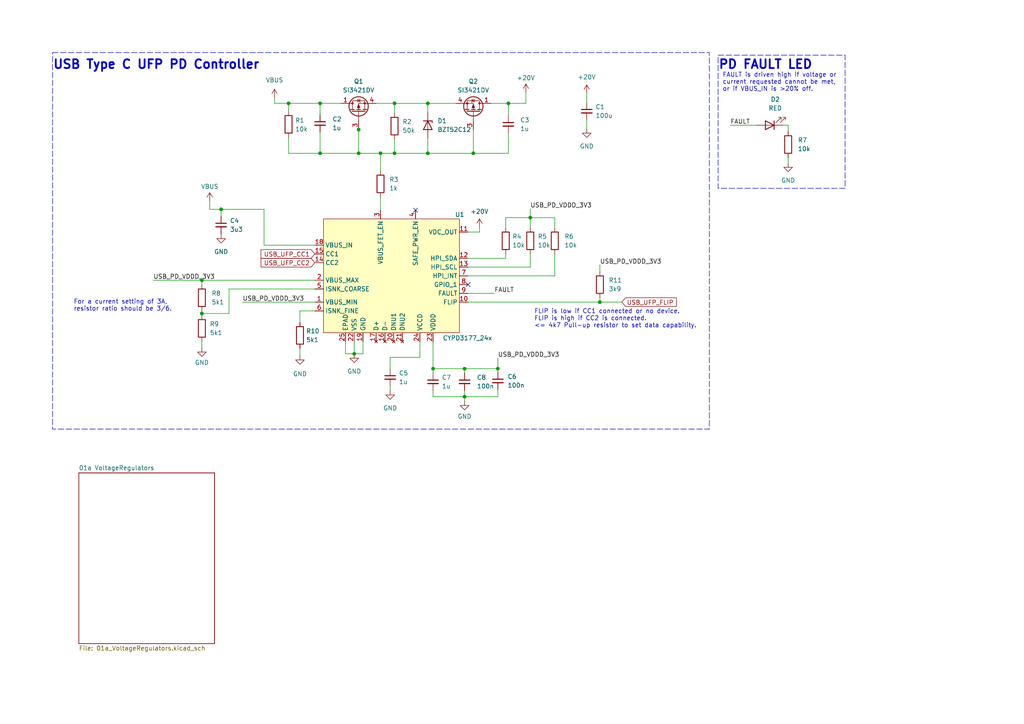
<source format=kicad_sch>
(kicad_sch (version 20230121) (generator eeschema)
  (paper "A4")
  (lib_symbols
    (symbol "Cake_USB:CYPD3177_24x"
      (property "Reference" "U" (at -24.13 15.24 0))
      (property "Value" "CYPD3177_24x" (at 22.86 20.32 0))
      (symbol "CYPD3177_24x_1_1"
        (rectangle (start -22.86 12.7) (end 16.51 -20.32) (fill (type background)))
        (pin input line (at -25.4 -11.43 0) (length 2.54) (name "VBUS_MIN") (number "1"))
        (pin bidirectional line (at 19.05 -11.43 180) (length 2.54) (name "FLIP") (number "10"))
        (pin power_out line (at 19.05 8.89 180) (length 2.54) (name "VDC_OUT") (number "11"))
        (pin bidirectional line (at 19.05 1.27 180) (length 2.54) (name "HPI_SDA") (number "12"))
        (pin input line (at 19.05 -1.27 180) (length 2.54) (name "HPI_SCL") (number "13"))
        (pin bidirectional line (at -25.4 0 0) (length 2.54) (name "CC2") (number "14"))
        (pin bidirectional line (at -25.4 2.54 0) (length 2.54) (name "CC1") (number "15"))
        (pin no_connect line (at -5.08 -22.86 90) (length 2.54) (name "D-") (number "16"))
        (pin no_connect line (at -7.62 -22.86 90) (length 2.54) (name "D+") (number "17"))
        (pin power_in line (at -25.4 5.08 0) (length 2.54) (name "VBUS_IN") (number "18"))
        (pin power_in line (at -11.43 -22.86 90) (length 2.54) (name "GND") (number "19"))
        (pin input line (at -25.4 -5.08 0) (length 2.54) (name "VBUS_MAX") (number "2"))
        (pin no_connect line (at -2.54 -22.86 90) (length 2.54) (name "DNU1") (number "20"))
        (pin no_connect line (at 0 -22.86 90) (length 2.54) (name "DNU2") (number "21"))
        (pin power_in line (at -13.97 -22.86 90) (length 2.54) (name "VSS") (number "22"))
        (pin power_out line (at 8.89 -22.86 90) (length 2.54) (name "VDDD") (number "23"))
        (pin power_out line (at 5.08 -22.86 90) (length 2.54) (name "VCCD") (number "24"))
        (pin power_in line (at -16.51 -22.86 90) (length 2.54) (name "EPAD") (number "25"))
        (pin output line (at -6.35 15.24 270) (length 2.54) (name "VBUS_FET_EN") (number "3"))
        (pin output line (at 3.81 15.24 270) (length 2.54) (name "SAFE_PWR_EN") (number "4"))
        (pin input line (at -25.4 -7.62 0) (length 2.54) (name "ISNK_COARSE") (number "5"))
        (pin input line (at -25.4 -13.97 0) (length 2.54) (name "ISNK_FINE") (number "6"))
        (pin input line (at 19.05 -3.81 180) (length 2.54) (name "HPI_INT") (number "7"))
        (pin bidirectional line (at 19.05 -6.35 180) (length 2.54) (name "GPIO_1") (number "8"))
        (pin output line (at 19.05 -8.89 180) (length 2.54) (name "FAULT") (number "9"))
      )
    )
    (symbol "Device:C_Small" (pin_numbers hide) (pin_names (offset 0.254) hide)
      (property "Reference" "C" (at 0.254 1.778 0))
      (property "Value" "C_Small" (at 0.254 -2.032 0))
      (symbol "C_Small_0_1"
        (polyline (pts (xy -1.524 -0.508) (xy 1.524 -0.508)) (stroke (width 0.3302)))
        (polyline (pts (xy -1.524 0.508) (xy 1.524 0.508)) (stroke (width 0.3048)))
      )
      (symbol "C_Small_1_1"
        (pin passive line (at 0 2.54 270) (length 2.032) (name "~") (number "1"))
        (pin passive line (at 0 -2.54 90) (length 2.032) (name "~") (number "2"))
      )
    )
    (symbol "Device:D_Zener" (pin_numbers hide) (pin_names (offset 1.016) hide)
      (property "Reference" "D" (at 0 2.54 0))
      (property "Value" "D_Zener" (at 0 -2.54 0))
      (symbol "D_Zener_0_1"
        (polyline (pts (xy 1.27 0) (xy -1.27 0)))
        (polyline (pts (xy -1.27 -1.27) (xy -1.27 1.27) (xy -0.762 1.27)) (stroke (width 0.254)))
        (polyline (pts (xy 1.27 -1.27) (xy 1.27 1.27) (xy -1.27 0) (xy 1.27 -1.27)) (stroke (width 0.254)))
      )
      (symbol "D_Zener_1_1"
        (pin passive line (at -3.81 0 0) (length 2.54) (name "K") (number "1"))
        (pin passive line (at 3.81 0 180) (length 2.54) (name "A") (number "2"))
      )
    )
    (symbol "Device:LED" (pin_numbers hide) (pin_names (offset 1.016) hide)
      (property "Reference" "D" (at 0 2.54 0))
      (property "Value" "LED" (at 0 -2.54 0))
      (symbol "LED_0_1"
        (polyline (pts (xy -1.27 -1.27) (xy -1.27 1.27)) (stroke (width 0.254)))
        (polyline (pts (xy -1.27 0) (xy 1.27 0)))
        (polyline (pts (xy 1.27 -1.27) (xy 1.27 1.27) (xy -1.27 0) (xy 1.27 -1.27)) (stroke (width 0.254)))
        (polyline (pts (xy -3.048 -0.762) (xy -4.572 -2.286) (xy -3.81 -2.286) (xy -4.572 -2.286) (xy -4.572 -1.524)))
        (polyline (pts (xy -1.778 -0.762) (xy -3.302 -2.286) (xy -2.54 -2.286) (xy -3.302 -2.286) (xy -3.302 -1.524)))
      )
      (symbol "LED_1_1"
        (pin passive line (at -3.81 0 0) (length 2.54) (name "K") (number "1"))
        (pin passive line (at 3.81 0 180) (length 2.54) (name "A") (number "2"))
      )
    )
    (symbol "Device:R" (pin_numbers hide) (pin_names (offset 0))
      (property "Reference" "R" (at 2.032 0 90))
      (property "Value" "R" (at 0 0 90))
      (symbol "R_0_1"
        (rectangle (start -1.016 -2.54) (end 1.016 2.54) (stroke (width 0.254)))
      )
      (symbol "R_1_1"
        (pin passive line (at 0 3.81 270) (length 1.27) (name "~") (number "1"))
        (pin passive line (at 0 -3.81 90) (length 1.27) (name "~") (number "2"))
      )
    )
    (symbol "USBHUBSymbols:+20V" (power) (pin_names (offset 0))
      (property "Value" "+20V" (at 0 3.556 0))
      (symbol "+20V_0_1"
        (polyline (pts (xy -0.762 1.27) (xy 0 2.54)))
        (polyline (pts (xy 0 0) (xy 0 2.54)))
        (polyline (pts (xy 0 2.54) (xy 0.762 1.27)))
      )
      (symbol "+20V_1_1"
        (pin power_in line (at 0 0 90) (length 0) hide (name "+20V") (number "1"))
      )
    )
    (symbol "catSink:SI3421DV" (pin_names (offset 0) hide)
      (property "Reference" "Q" (at 2.54 7.62 0))
      (property "Value" "SI3421DV" (at 1.27 2.54 0))
      (symbol "SI3421DV_0_1"
        (circle (center -1.778 0) (radius 0.254) (fill (type outline)))
        (circle (center 0 -0.889) (radius 2.794) (stroke (width 0.254)))
        (polyline (pts (xy -2.54 0) (xy -1.778 0)))
        (polyline (pts (xy -2.286 -1.778) (xy -1.27 -1.778)) (stroke (width 0.254)))
        (polyline (pts (xy -1.905 -2.286) (xy 1.905 -2.286)) (stroke (width 0.254)))
        (polyline (pts (xy -0.508 -1.778) (xy 0.508 -1.778)) (stroke (width 0.254)))
        (polyline (pts (xy 0 -2.286) (xy 0 -5.08)))
        (polyline (pts (xy 1.27 -1.778) (xy 2.286 -1.778)) (stroke (width 0.254)))
        (polyline (pts (xy 2.54 0) (xy 0 0) (xy 0 -1.778)))
        (polyline (pts (xy -1.778 -1.778) (xy -1.778 0.762) (xy 1.778 0.762) (xy 1.778 -1.778)))
        (polyline (pts (xy 0 -0.254) (xy -0.381 -1.27) (xy 0.381 -1.27) (xy 0 -0.254)) (fill (type outline)))
        (polyline (pts (xy 0.381 0.762) (xy -0.254 0.381) (xy -0.254 1.143) (xy 0.381 0.762)))
        (polyline (pts (xy 0.508 0.254) (xy 0.381 0.381) (xy 0.381 1.143) (xy 0.254 1.27)))
        (circle (center 1.778 0) (radius 0.254) (fill (type outline)))
      )
      (symbol "SI3421DV_1_1"
        (pin passive line (at -5.08 0 0) (length 2.54) (name "D") (number "1"))
        (pin passive line (at -5.08 0 0) (length 2.54) hide (name "D1") (number "2"))
        (pin input line (at 0 -7.62 90) (length 2.54) (name "G") (number "3"))
        (pin passive line (at 5.08 0 180) (length 2.54) (name "S") (number "4"))
        (pin passive line (at -5.08 0 0) (length 2.54) hide (name "D2") (number "5"))
        (pin passive line (at -5.08 0 0) (length 2.54) hide (name "D3") (number "6"))
      )
    )
    (symbol "power:GND" (power) (pin_names (offset 0))
      (property "Value" "GND" (at 0 -3.81 0))
      (symbol "GND_0_1"
        (polyline (pts (xy 0 0) (xy 0 -1.27) (xy 1.27 -1.27) (xy 0 -2.54) (xy -1.27 -1.27) (xy 0 -1.27)))
      )
      (symbol "GND_1_1"
        (pin power_in line (at 0 0 270) (length 0) hide (name "GND") (number "1"))
      )
    )
    (symbol "power:VBUS" (power) (pin_names (offset 0))
      (property "Value" "VBUS" (at 0 3.81 0))
      (symbol "VBUS_0_1"
        (polyline (pts (xy -0.762 1.27) (xy 0 2.54)))
        (polyline (pts (xy 0 0) (xy 0 2.54)))
        (polyline (pts (xy 0 2.54) (xy 0.762 1.27)))
      )
      (symbol "VBUS_1_1"
        (pin power_in line (at 0 0 90) (length 0) hide (name "VBUS") (number "1"))
      )
    )
  )
  (junction (at 110.363 44.45))
  (junction (at 173.99 87.63))
  (junction (at 124.079 44.45))
  (junction (at 58.547 90.932))
  (junction (at 137.287 44.45))
  (junction (at 92.837 44.45))
  (junction (at 144.399 106.934))
  (junction (at 92.837 29.972))
  (junction (at 147.447 29.972))
  (junction (at 64.135 60.706))
  (junction (at 104.013 37.592))
  (junction (at 153.797 63.119))
  (junction (at 114.427 29.972))
  (junction (at 134.747 106.934))
  (junction (at 102.743 102.616))
  (junction (at 114.427 44.45))
  (junction (at 104.013 44.45))
  (junction (at 124.079 29.972))
  (junction (at 83.693 29.972))
  (junction (at 134.747 115.062))
  (junction (at 125.603 106.934))
  (junction (at 58.547 81.28))
  (no_connect (at 135.763 82.55))
  (no_connect (at 120.523 60.96))
  (wire (pts (xy 86.995 90.17) (xy 86.995 93.472)))
  (wire (pts (xy 66.421 83.82) (xy 91.313 83.82)))
  (wire (pts (xy 58.547 81.28) (xy 58.547 82.55)))
  (wire (pts (xy 173.99 87.63) (xy 135.763 87.63)))
  (wire (pts (xy 160.909 80.01) (xy 160.909 73.66)))
  (wire (pts (xy 135.763 77.47) (xy 153.797 77.47)))
  (wire (pts (xy 102.743 102.616) (xy 100.203 102.616)))
  (wire (pts (xy 79.629 28.448) (xy 79.629 29.972)))
  (wire (pts (xy 64.135 67.818) (xy 64.135 67.945)))
  (wire (pts (xy 86.995 101.092) (xy 86.995 103.124)))
  (wire (pts (xy 58.547 99.06) (xy 58.547 100.838)))
  (wire (pts (xy 144.399 106.934) (xy 134.747 106.934)))
  (wire (pts (xy 100.203 99.06) (xy 100.203 102.616)))
  (wire (pts (xy 60.833 60.706) (xy 60.833 58.42)))
  (wire (pts (xy 170.18 27.178) (xy 170.18 29.718)))
  (wire (pts (xy 110.363 49.53) (xy 110.363 44.45)))
  (wire (pts (xy 114.427 29.972) (xy 114.427 32.766)))
  (wire (pts (xy 135.763 85.09) (xy 143.383 85.09)))
  (wire (pts (xy 76.581 71.12) (xy 91.313 71.12)))
  (wire (pts (xy 121.793 103.632) (xy 113.157 103.632)))
  (wire (pts (xy 114.427 29.972) (xy 124.079 29.972)))
  (wire (pts (xy 104.013 37.338) (xy 104.013 37.592)))
  (wire (pts (xy 125.603 113.284) (xy 125.603 115.062)))
  (wire (pts (xy 146.685 74.93) (xy 146.685 73.66)))
  (wire (pts (xy 105.283 99.06) (xy 105.283 102.616)))
  (wire (pts (xy 180.34 87.63) (xy 173.99 87.63)))
  (wire (pts (xy 66.421 90.932) (xy 66.421 83.82)))
  (wire (pts (xy 58.547 90.17) (xy 58.547 90.932)))
  (wire (pts (xy 70.358 87.63) (xy 91.313 87.63)))
  (wire (pts (xy 104.013 44.45) (xy 110.363 44.45)))
  (wire (pts (xy 103.759 37.592) (xy 104.013 37.592)))
  (wire (pts (xy 92.837 29.972) (xy 92.837 33.274)))
  (wire (pts (xy 121.793 99.06) (xy 121.793 103.632)))
  (wire (pts (xy 110.363 44.45) (xy 114.427 44.45)))
  (wire (pts (xy 134.747 115.062) (xy 144.399 115.062)))
  (wire (pts (xy 92.837 29.972) (xy 98.933 29.972)))
  (wire (pts (xy 142.367 29.972) (xy 147.447 29.972)))
  (wire (pts (xy 104.013 37.592) (xy 104.013 44.45)))
  (wire (pts (xy 153.797 60.579) (xy 153.797 63.119)))
  (wire (pts (xy 91.313 90.17) (xy 86.995 90.17)))
  (wire (pts (xy 104.013 37.338) (xy 103.759 37.338)))
  (wire (pts (xy 76.581 60.706) (xy 76.581 71.12)))
  (wire (pts (xy 64.135 60.706) (xy 64.135 62.738)))
  (wire (pts (xy 79.629 29.972) (xy 83.693 29.972)))
  (wire (pts (xy 173.99 86.36) (xy 173.99 87.63)))
  (wire (pts (xy 153.797 63.119) (xy 160.909 63.119)))
  (wire (pts (xy 152.527 26.924) (xy 152.527 29.972)))
  (wire (pts (xy 147.447 29.972) (xy 152.527 29.972)))
  (wire (pts (xy 124.079 44.45) (xy 137.287 44.45)))
  (wire (pts (xy 114.427 44.45) (xy 114.427 40.386)))
  (wire (pts (xy 92.837 44.45) (xy 104.013 44.45)))
  (wire (pts (xy 103.759 37.592) (xy 103.759 37.338)))
  (wire (pts (xy 125.603 115.062) (xy 134.747 115.062)))
  (wire (pts (xy 64.135 60.706) (xy 76.581 60.706)))
  (wire (pts (xy 147.447 29.972) (xy 147.447 33.528)))
  (wire (pts (xy 83.693 44.45) (xy 92.837 44.45)))
  (wire (pts (xy 173.99 78.74) (xy 173.99 76.8879)))
  (wire (pts (xy 125.603 106.934) (xy 134.747 106.934)))
  (wire (pts (xy 58.547 90.932) (xy 58.547 91.44)))
  (wire (pts (xy 228.6 36.322) (xy 228.6 38.1)))
  (wire (pts (xy 139.065 66.04) (xy 139.065 67.31)))
  (wire (pts (xy 153.797 63.119) (xy 153.797 66.04)))
  (wire (pts (xy 137.287 44.45) (xy 147.447 44.45)))
  (wire (pts (xy 110.363 57.15) (xy 110.363 60.96)))
  (wire (pts (xy 83.693 39.878) (xy 83.693 44.45)))
  (wire (pts (xy 104.013 44.577) (xy 104.013 44.45)))
  (wire (pts (xy 113.157 103.632) (xy 113.157 106.934)))
  (wire (pts (xy 135.763 74.93) (xy 146.685 74.93)))
  (wire (pts (xy 144.399 113.03) (xy 144.399 115.062)))
  (wire (pts (xy 44.45 81.28) (xy 58.547 81.28)))
  (wire (pts (xy 125.603 99.06) (xy 125.603 106.934)))
  (wire (pts (xy 147.447 38.608) (xy 147.447 44.45)))
  (wire (pts (xy 113.157 112.014) (xy 113.157 113.284)))
  (wire (pts (xy 124.079 29.972) (xy 132.207 29.972)))
  (wire (pts (xy 105.283 102.616) (xy 102.743 102.616)))
  (wire (pts (xy 134.747 106.934) (xy 134.747 108.204)))
  (wire (pts (xy 134.747 113.284) (xy 134.747 115.062)))
  (wire (pts (xy 58.547 81.28) (xy 91.313 81.28)))
  (wire (pts (xy 170.18 34.798) (xy 170.18 37.338)))
  (wire (pts (xy 228.6 45.72) (xy 228.6 47.244)))
  (wire (pts (xy 211.836 36.322) (xy 219.456 36.322)))
  (wire (pts (xy 146.685 66.04) (xy 146.685 63.119)))
  (wire (pts (xy 134.747 115.062) (xy 134.747 116.332)))
  (wire (pts (xy 146.685 63.119) (xy 153.797 63.119)))
  (wire (pts (xy 125.603 106.934) (xy 125.603 108.204)))
  (wire (pts (xy 173.99 76.8879) (xy 174.0084 76.8879)))
  (wire (pts (xy 114.427 44.45) (xy 124.079 44.45)))
  (wire (pts (xy 58.547 90.932) (xy 66.421 90.932)))
  (wire (pts (xy 109.093 29.972) (xy 114.427 29.972)))
  (wire (pts (xy 139.065 67.31) (xy 135.763 67.31)))
  (wire (pts (xy 144.399 103.886) (xy 144.399 106.934)))
  (wire (pts (xy 160.909 66.04) (xy 160.909 63.119)))
  (wire (pts (xy 83.693 29.972) (xy 83.693 32.258)))
  (wire (pts (xy 92.837 38.354) (xy 92.837 44.45)))
  (wire (pts (xy 144.399 106.934) (xy 144.399 107.95)))
  (wire (pts (xy 124.079 40.132) (xy 124.079 44.45)))
  (wire (pts (xy 60.833 60.706) (xy 64.135 60.706)))
  (wire (pts (xy 228.6 36.322) (xy 227.076 36.322)))
  (wire (pts (xy 102.743 99.06) (xy 102.743 102.616)))
  (wire (pts (xy 137.287 37.592) (xy 137.287 44.45)))
  (wire (pts (xy 135.763 80.01) (xy 160.909 80.01)))
  (wire (pts (xy 153.797 77.47) (xy 153.797 73.66)))
  (wire (pts (xy 124.079 29.972) (xy 124.079 32.512)))
  (wire (pts (xy 83.693 29.972) (xy 92.837 29.972)))
  (rectangle (start 208.28 16.002) (end 245.11 54.61) (stroke (width 0) (type dash)))
  (rectangle (start 15.24 15.24) (end 205.74 124.46) (stroke (width 0) (type dash)))
  (text "For a current setting of 3A, \nresistor ratio should be 3/6." (at 21.336 90.424 0) (effects (font (size 1.27 1.27)) (justify left bottom)))
  (text "FLIP is low if CC1 connected or no device. \nFLIP is high if CC2 is connected. \n<= 4k7 Pull-up resistor to set data capability. " (at 154.94 95.25 0) (effects (font (size 1.27 1.27)) (justify left bottom)))
  (text "USB Type C UFP PD Controller" (at 15.24 20.32 0) (effects (font (size 2.54 2.54) (thickness 0.508) bold) (justify left bottom)))
  (text "PD FAULT LED" (at 208.28 20.32 0) (effects (font (size 2.54 2.54) bold) (justify left bottom)))
  (text "FAULT is driven high if voltage or \ncurrent requested cannot be met,\nor if VBUS_IN is >20% off." (at 209.55 26.67 0) (effects (font (size 1.27 1.27)) (justify left bottom)))
  (label "USB_PD_VDDD_3V3" (at 174.0084 76.8879 0))
  (label "USB_PD_VDDD_3V3" (at 144.399 103.886 0))
  (label "USB_PD_VDDD_3V3" (at 44.45 81.28 0))
  (label "USB_PD_VDDD_3V3" (at 153.797 60.579 0))
  (label "USB_PD_VDDD_3V3" (at 70.358 87.63 0))
  (label "FAULT" (at 143.383 85.09 0))
  (label "FAULT" (at 211.836 36.322 0))
  (global_label "USB_UFP_CC1" (shape input) (at 91.313 73.66 180) (property "Intersheetrefs" "${INTERSHEET_REFS}" (effects hide)))
  (global_label "USB_UFP_FLIP" (shape input) (at 180.34 87.63 0) (property "Intersheetrefs" "${INTERSHEET_REFS}" (effects hide)))
  (global_label "USB_UFP_CC2" (shape input) (at 91.313 76.2 180) (property "Intersheetrefs" "${INTERSHEET_REFS}" (effects hide)))
  (symbol (lib_id "Device:R") (at 114.427 36.576 0) (unit 1)
    (property "Reference" "R2" (at 116.713 35.306 0) (effects (justify left)))
    (property "Value" "50k" (at 116.713 37.846 0) (effects (justify left)))
    (property "Footprint" "Resistor_SMD:R_0603_1608Metric" (effects hide))
  )
  (symbol (lib_id "Device:R") (at 153.797 69.85 0) (unit 1)
    (property "Reference" "R5" (at 155.956 68.58 0) (effects (justify left)))
    (property "Value" "10k" (at 155.956 71.12 0) (effects (justify left)))
    (property "Footprint" "Resistor_SMD:R_0603_1608Metric" (effects hide))
  )
  (symbol (lib_id "power:GND") (at 86.995 103.124 0) (unit 1)
    (property "Reference" "#PWR013" (effects hide))
    (property "Value" "GND" (at 86.995 108.458 0))
  )
  (symbol (lib_id "USBHUBSymbols:+20V") (at 152.527 26.924 0) (unit 1)
    (property "Reference" "#PWR01" (effects hide))
    (property "Value" "+20V" (at 152.527 22.606 0))
  )
  (symbol (lib_id "Device:C_Small") (at 144.399 110.49 0) (unit 1)
    (property "Reference" "C6" (at 147.193 109.2263 0) (effects (justify left)))
    (property "Value" "100n" (at 147.193 111.7663 0) (effects (justify left)))
    (property "Footprint" "Capacitor_SMD:C_0603_1608Metric" (effects hide))
  )
  (symbol (lib_id "Device:LED") (at 223.266 36.322 180) (unit 1)
    (property "Reference" "D2" (at 224.8535 28.829 0))
    (property "Value" "RED" (at 224.8535 31.369 0))
    (property "Footprint" "LED_SMD:LED_0603_1608Metric" (effects hide))
  )
  (symbol (lib_id "Device:R") (at 110.363 53.34 0) (unit 1)
    (property "Reference" "R3" (at 112.903 52.07 0) (effects (justify left)))
    (property "Value" "1k" (at 112.903 54.61 0) (effects (justify left)))
    (property "Footprint" "Resistor_SMD:R_0603_1608Metric" (effects hide))
  )
  (symbol (lib_id "power:VBUS") (at 60.833 58.42 0) (unit 1)
    (property "Reference" "#PWR07" (effects hide))
    (property "Value" "VBUS" (at 60.833 54.102 0))
  )
  (symbol (lib_id "Device:C_Small") (at 113.157 109.474 0) (unit 1)
    (property "Reference" "C5" (at 115.697 108.2103 0) (effects (justify left)))
    (property "Value" "1u" (at 115.697 110.7503 0) (effects (justify left)))
    (property "Footprint" "Capacitor_SMD:C_0603_1608Metric" (effects hide))
  )
  (symbol (lib_id "Device:R") (at 58.547 86.36 0) (unit 1)
    (property "Reference" "R8" (at 61.341 85.09 0) (effects (justify left)))
    (property "Value" "5k1" (at 61.341 87.63 0) (effects (justify left)))
    (property "Footprint" "Resistor_SMD:R_0603_1608Metric" (effects hide))
  )
  (symbol (lib_id "Device:C_Small") (at 64.135 65.278 0) (unit 1)
    (property "Reference" "C4" (at 66.675 64.0143 0) (effects (justify left)))
    (property "Value" "3u3" (at 66.675 66.5543 0) (effects (justify left)))
    (property "Footprint" "Capacitor_SMD:C_0603_1608Metric" (effects hide))
  )
  (symbol (lib_id "Device:C_Small") (at 147.447 36.068 0) (unit 1)
    (property "Reference" "C3" (at 150.876 34.8043 0) (effects (justify left)))
    (property "Value" "1u" (at 150.876 37.3443 0) (effects (justify left)))
    (property "Footprint" "Capacitor_SMD:C_0603_1608Metric" (effects hide))
  )
  (symbol (lib_id "Device:C_Small") (at 170.18 32.258 0) (unit 1)
    (property "Reference" "C1" (at 172.72 30.9943 0) (effects (justify left)))
    (property "Value" "100u" (at 172.72 33.5343 0) (effects (justify left)))
    (property "Footprint" "Capacitor_SMD:C_0603_1608Metric" (effects hide))
  )
  (symbol (lib_id "Device:R") (at 160.909 69.85 0) (unit 1)
    (property "Reference" "R6" (at 163.703 68.58 0) (effects (justify left)))
    (property "Value" "10k" (at 163.703 71.12 0) (effects (justify left)))
    (property "Footprint" "Resistor_SMD:R_0603_1608Metric" (effects hide))
  )
  (symbol (lib_id "Cake_USB:CYPD3177_24x") (at 116.713 76.2 0) (unit 1)
    (property "Reference" "U1" (at 131.953 62.23 0) (effects (justify left)))
    (property "Value" "CYPD3177_24x" (at 128.397 98.044 0) (effects (justify left)))
    (property "Footprint" "Cake_USB:CYPD3177_24LQx_QFN-24_EP_4x4_Pitch0.5mm" (effects hide))
    (property "Datasheet" "https://www.infineon.com/dgdl/Infineon-EZ-PD_BCR_Datasheet_USB_Type-C_Port_Controller_for_Power_Sinks-DataSheet-v03_00-EN.pdf?fileId=8ac78c8c7d0d8da4017d0ee7ce9d70ad" (effects hide))
  )
  (symbol (lib_id "USBHUBSymbols:+20V") (at 139.065 66.04 0) (unit 1)
    (property "Reference" "#PWR08" (effects hide))
    (property "Value" "+20V" (at 139.065 61.341 0))
  )
  (symbol (lib_id "Device:C_Small") (at 92.837 35.814 0) (unit 1)
    (property "Reference" "C2" (at 96.393 34.5503 0) (effects (justify left)))
    (property "Value" "1u" (at 96.393 37.0903 0) (effects (justify left)))
    (property "Footprint" "Capacitor_SMD:C_0603_1608Metric" (effects hide))
  )
  (symbol (lib_id "power:GND") (at 102.743 102.616 0) (unit 1)
    (property "Reference" "#PWR012" (effects hide))
    (property "Value" "GND" (at 102.743 107.696 0))
  )
  (symbol (lib_id "power:GND") (at 113.157 113.284 0) (unit 1)
    (property "Reference" "#PWR015" (effects hide))
    (property "Value" "GND" (at 113.157 118.364 0))
  )
  (symbol (lib_id "USBHUBSymbols:+20V") (at 170.18 27.178 0) (unit 1)
    (property "Reference" "#PWR02" (effects hide))
    (property "Value" "+20V" (at 170.18 22.352 0))
  )
  (symbol (lib_id "Device:R") (at 83.693 36.068 0) (unit 1)
    (property "Reference" "R1" (at 85.598 34.925 0) (effects (justify left)))
    (property "Value" "10k" (at 85.598 37.465 0) (effects (justify left)))
    (property "Footprint" "Resistor_SMD:R_0603_1608Metric" (effects hide))
  )
  (symbol (lib_id "Device:R") (at 173.99 82.55 0) (unit 1)
    (property "Reference" "R11" (at 176.53 81.28 0) (effects (justify left)))
    (property "Value" "3k9" (at 176.53 83.82 0) (effects (justify left)))
  )
  (symbol (lib_id "Device:C_Small") (at 134.747 110.744 0) (unit 1)
    (property "Reference" "C8" (at 138.303 109.4803 0) (effects (justify left)))
    (property "Value" "100n" (at 138.303 112.0203 0) (effects (justify left)))
    (property "Footprint" "Capacitor_SMD:C_0603_1608Metric" (effects hide))
  )
  (symbol (lib_id "Device:R") (at 228.6 41.91 0) (unit 1)
    (property "Reference" "R7" (at 231.394 40.64 0) (effects (justify left)))
    (property "Value" "10k" (at 231.394 43.18 0) (effects (justify left)))
    (property "Footprint" "Resistor_SMD:R_0603_1608Metric" (effects hide))
  )
  (symbol (lib_id "catSink:SI3421DV") (at 137.287 29.972 0) (mirror y) (unit 1)
    (property "Reference" "Q2" (at 137.287 23.622 0))
    (property "Value" "SI3421DV" (at 137.287 26.162 0))
    (property "Footprint" "Package_TO_SOT_SMD:SOT-23-6" (effects hide))
    (property "Datasheet" "https://www.mouser.mx/datasheet/2/427/si3421dv-1764435.pdf" (effects hide))
    (property "manf#" "SI3421DV-T1-GE3" (effects hide))
  )
  (symbol (lib_id "Device:C_Small") (at 125.603 110.744 0) (unit 1)
    (property "Reference" "C7" (at 128.143 109.4803 0) (effects (justify left)))
    (property "Value" "1u" (at 128.143 112.0203 0) (effects (justify left)))
    (property "Footprint" "Capacitor_SMD:C_0603_1608Metric" (effects hide))
  )
  (symbol (lib_id "catSink:SI3421DV") (at 104.013 29.972 0) (unit 1)
    (property "Reference" "Q1" (at 104.013 23.622 0))
    (property "Value" "SI3421DV" (at 104.013 26.162 0))
    (property "Footprint" "Package_TO_SOT_SMD:SOT-23-6" (effects hide))
    (property "Datasheet" "https://www.mouser.mx/datasheet/2/427/si3421dv-1764435.pdf" (effects hide))
    (property "manf#" "SI3421DV-T1-GE3" (effects hide))
  )
  (symbol (lib_id "power:GND") (at 228.6 47.244 0) (unit 1)
    (property "Reference" "#PWR010" (effects hide))
    (property "Value" "GND" (at 228.6 52.324 0))
  )
  (symbol (lib_id "power:GND") (at 134.747 116.332 0) (unit 1)
    (property "Reference" "#PWR016" (effects hide))
    (property "Value" "GND" (at 134.747 120.777 0))
  )
  (symbol (lib_id "Device:R") (at 58.547 95.25 0) (unit 1)
    (property "Reference" "R9" (at 60.833 93.98 0) (effects (justify left)))
    (property "Value" "5k1" (at 60.833 96.52 0) (effects (justify left)))
    (property "Footprint" "Resistor_SMD:R_0603_1608Metric" (effects hide))
  )
  (symbol (lib_id "power:VBUS") (at 79.629 28.448 0) (unit 1)
    (property "Reference" "#PWR03" (effects hide))
    (property "Value" "VBUS" (at 79.629 23.241 0))
  )
  (symbol (lib_id "Device:D_Zener") (at 124.079 36.322 270) (unit 1)
    (property "Reference" "D1" (at 126.873 35.052 90) (effects (justify left)))
    (property "Value" "BZT52C12" (at 126.873 37.592 90) (effects (justify left)))
    (property "Footprint" "Diode_SMD:D_SOD-123" (effects hide))
  )
  (symbol (lib_id "power:GND") (at 58.547 100.838 0) (unit 1)
    (property "Reference" "#PWR011" (effects hide))
    (property "Value" "GND" (at 58.547 105.156 0))
  )
  (symbol (lib_id "power:GND") (at 64.135 67.945 0) (unit 1)
    (property "Reference" "#PWR09" (effects hide))
    (property "Value" "GND" (at 64.135 73.025 0))
  )
  (symbol (lib_id "power:GND") (at 170.18 37.338 0) (unit 1)
    (property "Reference" "#PWR06" (effects hide))
    (property "Value" "GND" (at 170.18 42.418 0))
  )
  (symbol (lib_id "Device:R") (at 146.685 69.85 0) (unit 1)
    (property "Reference" "R4" (at 148.59 68.58 0) (effects (justify left)))
    (property "Value" "10k" (at 148.59 71.12 0) (effects (justify left)))
    (property "Footprint" "Resistor_SMD:R_0603_1608Metric" (effects hide))
  )
  (symbol (lib_id "Device:R") (at 86.995 97.282 0) (unit 1)
    (property "Reference" "R10" (at 88.773 96.012 0) (effects (justify left)))
    (property "Value" "5k1" (at 88.773 98.552 0) (effects (justify left)))
    (property "Footprint" "Resistor_SMD:R_0603_1608Metric" (effects hide))
  )
  (sheet (at 22.86 137.16) (size 39.37 49.53) (stroke (width 0.1524))
    (property "Sheetname" "01a VoltageRegulators" (at 22.86 136.4484 0) (effects (justify left bottom)))
    (property "Sheetfile" "01a_VoltageRegulators.kicad_sch" (at 22.86 187.2746 0) (effects (justify left top)))
  )
)
</source>
